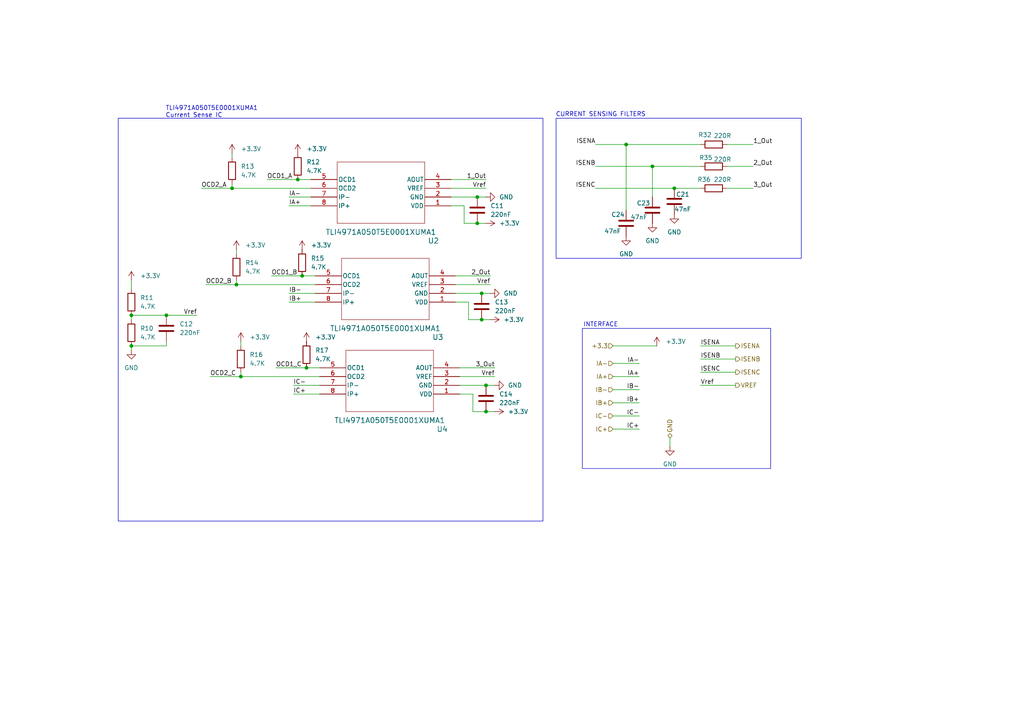
<source format=kicad_sch>
(kicad_sch (version 20250114) (generator "eeschema") (generator_version "9.0")
  (paper "A4")
  (title_block (date "2025-04-19") (rev "1"))
  (lib_symbols
    (symbol "Current Sense TLI4971A:TLI4971A120T5UE0001XUMA1" (pin_names (offset 0.254))
      (property "Reference" "U" (at 20.32 10.16 0))
      (property "Value" "TLI4971A120T5UE0001XUMA1" (at 20.32 7.62 0))
      (symbol "TLI4971A120T5UE0001XUMA1_0_1"
        (polyline (pts (xy 7.62 5.08) (xy 7.62 -12.7)) (stroke (width 0.127)))
        (polyline (pts (xy 7.62 -12.7) (xy 33.02 -12.7)) (stroke (width 0.127)))
        (polyline (pts (xy 33.02 5.08) (xy 7.62 5.08)) (stroke (width 0.127)))
        (polyline (pts (xy 33.02 -12.7) (xy 33.02 5.08)) (stroke (width 0.127)))
        (pin power_in line (at 0 0 0) (length 7.62) (name "VDD") (number "1"))
        (pin power_in line (at 0 -2.54 0) (length 7.62) (name "GND") (number "2"))
        (pin power_in line (at 0 -5.08 0) (length 7.62) (name "VREF") (number "3"))
        (pin output line (at 0 -7.62 0) (length 7.62) (name "AOUT") (number "4"))
        (pin power_in line (at 40.64 0 180) (length 7.62) (name "IP+") (number "8"))
        (pin power_in line (at 40.64 -2.54 180) (length 7.62) (name "IP-") (number "7"))
        (pin output line (at 40.64 -5.08 180) (length 7.62) (name "OCD2") (number "6"))
        (pin output line (at 40.64 -7.62 180) (length 7.62) (name "OCD1") (number "5"))
      )
    )
    (symbol "Device:C" (pin_numbers (hide yes)) (pin_names (offset 0.254))
      (property "Reference" "C" (at 0.635 2.54 0))
      (property "Value" "C" (at 0.635 -2.54 0))
      (symbol "C_0_1"
        (polyline (pts (xy -2.032 0.762) (xy 2.032 0.762)) (stroke (width 0.508)))
        (polyline (pts (xy -2.032 -0.762) (xy 2.032 -0.762)) (stroke (width 0.508)))
      )
      (symbol "C_1_1"
        (pin passive line (at 0 3.81 270) (length 2.794) (name "~") (number "1"))
        (pin passive line (at 0 -3.81 90) (length 2.794) (name "~") (number "2"))
      )
    )
    (symbol "Device:R" (pin_numbers (hide yes)) (pin_names (offset 0))
      (property "Reference" "R" (at 2.032 0 90))
      (property "Value" "R" (at 0 0 90))
      (symbol "R_0_1"
        (rectangle (start -1.016 -2.54) (end 1.016 2.54) (stroke (width 0.254)))
      )
      (symbol "R_1_1"
        (pin passive line (at 0 3.81 270) (length 1.27) (name "~") (number "1"))
        (pin passive line (at 0 -3.81 90) (length 1.27) (name "~") (number "2"))
      )
    )
    (symbol "power:+3.3V" (power) (pin_numbers (hide yes)) (pin_names (offset 0) (hide yes))
      (property "Value" "+3.3V" (at 0 3.556 0))
      (symbol "+3.3V_0_1"
        (polyline (pts (xy -0.762 1.27) (xy 0 2.54)))
        (polyline (pts (xy 0 2.54) (xy 0.762 1.27)))
        (polyline (pts (xy 0 0) (xy 0 2.54)))
      )
      (symbol "+3.3V_1_1"
        (pin power_in line (at 0 0 90) (length 0) (name "~") (number "1"))
      )
    )
    (symbol "power:GND" (power) (pin_numbers (hide yes)) (pin_names (offset 0) (hide yes))
      (property "Value" "GND" (at 0 -3.81 0))
      (symbol "GND_0_1"
        (polyline (pts (xy 0 0) (xy 0 -1.27) (xy 1.27 -1.27) (xy 0 -2.54) (xy -1.27 -1.27) (xy 0 -1.27)))
      )
      (symbol "GND_1_1"
        (pin power_in line (at 0 0 270) (length 0) (name "~") (number "1"))
      )
    )
  )
  (rectangle (start 168.91 95.25) (end 223.52 135.89))
  (rectangle (start 161.29 34.29) (end 232.41 74.93))
  (rectangle (start 34.29 34.29) (end 157.48 151.13))
  (text "CURRENT SENSING FILTERS" (at 174.244 33.274 0) (effects (font (size 1.27 1.27))))
  (text "INTERFACE" (at 174.244 94.234 0) (effects (font (size 1.27 1.27))))
  (text "TLI4971A050T5E0001XUMA1\nCurrent Sense IC" (at 48.006 32.512 0) (effects (font (size 1.27 1.27)) (justify left)))
  (junction (at 67.31 54.61))
  (junction (at 38.1 91.44))
  (junction (at 140.97 119.38))
  (junction (at 138.43 64.77))
  (junction (at 140.97 111.76))
  (junction (at 87.63 80.01))
  (junction (at 139.7 92.71))
  (junction (at 195.58 54.61))
  (junction (at 68.58 82.55))
  (junction (at 88.9 106.68))
  (junction (at 189.23 48.26))
  (junction (at 86.36 52.07))
  (junction (at 139.7 85.09))
  (junction (at 69.85 109.22))
  (junction (at 138.43 57.15))
  (junction (at 48.26 91.44))
  (junction (at 38.1 100.33))
  (junction (at 181.61 41.91))
  (wire (pts (xy 133.35 106.68) (xy 143.51 106.68)))
  (wire (pts (xy 181.61 41.91) (xy 181.61 60.96)))
  (wire (pts (xy 134.62 59.69) (xy 130.81 59.69)))
  (wire (pts (xy 67.31 54.61) (xy 90.17 54.61)))
  (wire (pts (xy 92.71 111.76) (xy 85.09 111.76)))
  (wire (pts (xy 210.82 54.61) (xy 218.44 54.61)))
  (wire (pts (xy 185.42 120.65) (xy 177.8 120.65)))
  (wire (pts (xy 143.51 111.76) (xy 140.97 111.76)))
  (wire (pts (xy 132.08 80.01) (xy 142.24 80.01)))
  (wire (pts (xy 77.47 52.07) (xy 86.36 52.07)))
  (wire (pts (xy 69.85 107.95) (xy 69.85 109.22)))
  (wire (pts (xy 138.43 64.77) (xy 134.62 64.77)))
  (wire (pts (xy 189.23 48.26) (xy 189.23 57.15)))
  (wire (pts (xy 83.82 87.63) (xy 91.44 87.63)))
  (wire (pts (xy 172.72 48.26) (xy 189.23 48.26)))
  (wire (pts (xy 38.1 100.33) (xy 38.1 101.6)))
  (wire (pts (xy 130.81 52.07) (xy 140.97 52.07)))
  (wire (pts (xy 68.58 81.28) (xy 68.58 82.55)))
  (wire (pts (xy 210.82 41.91) (xy 218.44 41.91)))
  (wire (pts (xy 38.1 91.44) (xy 48.26 91.44)))
  (wire (pts (xy 142.24 92.71) (xy 139.7 92.71)))
  (wire (pts (xy 142.24 85.09) (xy 139.7 85.09)))
  (wire (pts (xy 142.24 82.55) (xy 132.08 82.55)))
  (wire (pts (xy 90.17 59.69) (xy 83.82 59.69)))
  (wire (pts (xy 90.17 57.15) (xy 83.82 57.15)))
  (wire (pts (xy 177.8 100.33) (xy 190.5 100.33)))
  (wire (pts (xy 140.97 54.61) (xy 130.81 54.61)))
  (wire (pts (xy 137.16 119.38) (xy 137.16 114.3)))
  (wire (pts (xy 134.62 64.77) (xy 134.62 59.69)))
  (wire (pts (xy 85.09 114.3) (xy 92.71 114.3)))
  (wire (pts (xy 91.44 80.01) (xy 87.63 80.01)))
  (wire (pts (xy 213.36 100.33) (xy 203.2 100.33)))
  (wire (pts (xy 185.42 116.84) (xy 177.8 116.84)))
  (wire (pts (xy 185.42 105.41) (xy 177.8 105.41)))
  (wire (pts (xy 59.69 82.55) (xy 68.58 82.55)))
  (wire (pts (xy 69.85 99.06) (xy 69.85 100.33)))
  (wire (pts (xy 140.97 111.76) (xy 133.35 111.76)))
  (wire (pts (xy 135.89 92.71) (xy 135.89 87.63)))
  (wire (pts (xy 143.51 109.22) (xy 133.35 109.22)))
  (wire (pts (xy 58.42 54.61) (xy 67.31 54.61)))
  (wire (pts (xy 185.42 109.22) (xy 177.8 109.22)))
  (wire (pts (xy 137.16 114.3) (xy 133.35 114.3)))
  (wire (pts (xy 67.31 53.34) (xy 67.31 54.61)))
  (wire (pts (xy 203.2 111.76) (xy 213.36 111.76)))
  (wire (pts (xy 140.97 57.15) (xy 138.43 57.15)))
  (wire (pts (xy 143.51 119.38) (xy 140.97 119.38)))
  (wire (pts (xy 140.97 119.38) (xy 137.16 119.38)))
  (wire (pts (xy 48.26 99.06) (xy 48.26 100.33)))
  (wire (pts (xy 80.01 106.68) (xy 88.9 106.68)))
  (wire (pts (xy 48.26 91.44) (xy 57.15 91.44)))
  (wire (pts (xy 68.58 82.55) (xy 91.44 82.55)))
  (wire (pts (xy 172.72 54.61) (xy 195.58 54.61)))
  (wire (pts (xy 69.85 109.22) (xy 92.71 109.22)))
  (wire (pts (xy 78.74 80.01) (xy 87.63 80.01)))
  (wire (pts (xy 203.2 48.26) (xy 189.23 48.26)))
  (wire (pts (xy 213.36 107.95) (xy 203.2 107.95)))
  (wire (pts (xy 139.7 85.09) (xy 132.08 85.09)))
  (wire (pts (xy 92.71 106.68) (xy 88.9 106.68)))
  (wire (pts (xy 140.97 64.77) (xy 138.43 64.77)))
  (wire (pts (xy 213.36 104.14) (xy 203.2 104.14)))
  (wire (pts (xy 38.1 81.28) (xy 38.1 83.82)))
  (wire (pts (xy 67.31 44.45) (xy 67.31 45.72)))
  (wire (pts (xy 139.7 92.71) (xy 135.89 92.71)))
  (wire (pts (xy 210.82 48.26) (xy 218.44 48.26)))
  (wire (pts (xy 194.31 127) (xy 194.31 129.54)))
  (wire (pts (xy 38.1 91.44) (xy 38.1 92.71)))
  (wire (pts (xy 185.42 124.46) (xy 177.8 124.46)))
  (wire (pts (xy 90.17 52.07) (xy 86.36 52.07)))
  (wire (pts (xy 172.72 41.91) (xy 181.61 41.91)))
  (wire (pts (xy 135.89 87.63) (xy 132.08 87.63)))
  (wire (pts (xy 203.2 41.91) (xy 181.61 41.91)))
  (wire (pts (xy 68.58 72.39) (xy 68.58 73.66)))
  (wire (pts (xy 83.82 85.09) (xy 91.44 85.09)))
  (wire (pts (xy 185.42 113.03) (xy 177.8 113.03)))
  (wire (pts (xy 38.1 100.33) (xy 48.26 100.33)))
  (wire (pts (xy 138.43 57.15) (xy 130.81 57.15)))
  (wire (pts (xy 195.58 54.61) (xy 203.2 54.61)))
  (wire (pts (xy 60.96 109.22) (xy 69.85 109.22)))
  (label "OCD2_A" (at 58.42 54.61 0))
  (label "OCD2_B" (at 59.69 82.55 0))
  (label "OCD1_C" (at 80.01 106.68 0))
  (label "Vref" (at 203.2 111.76 0))
  (label "Vref" (at 57.15 91.44 180))
  (label "IB-" (at 185.42 113.03 180))
  (label "IA-" (at 185.42 105.41 180))
  (label "OCD1_A" (at 77.47 52.07 0))
  (label "Vref" (at 142.24 82.55 180))
  (label "OCD2_C" (at 60.96 109.22 0))
  (label "3_Out" (at 143.51 106.68 180))
  (label "IA+" (at 185.42 109.22 180))
  (label "ISENB" (at 172.72 48.26 180))
  (label "OCD1_B" (at 78.74 80.01 0))
  (label "2_Out" (at 218.44 48.26 0))
  (label "1_Out" (at 140.97 52.07 180))
  (label "IC+" (at 185.42 124.46 180))
  (label "IA-" (at 83.82 57.15 0))
  (label "ISENB" (at 203.2 104.14 0))
  (label "IB+" (at 83.82 87.63 0))
  (label "ISENA" (at 203.2 100.33 0))
  (label "IB-" (at 83.82 85.09 0))
  (label "3_Out" (at 218.44 54.61 0))
  (label "ISENA" (at 172.72 41.91 180))
  (label "Vref" (at 143.51 109.22 180))
  (label "IC+" (at 85.09 114.3 0))
  (label "ISENC" (at 203.2 107.95 0))
  (label "IC-" (at 85.09 111.76 0))
  (label "1_Out" (at 218.44 41.91 0))
  (label "IA+" (at 83.82 59.69 0))
  (label "Vref" (at 140.97 54.61 180))
  (label "ISENC" (at 172.72 54.61 180))
  (label "IC-" (at 185.42 120.65 180))
  (label "2_Out" (at 142.24 80.01 180))
  (label "IB+" (at 185.42 116.84 180))
  (hierarchical_label "ISENB" (shape output) (at 213.36 104.14 0))
  (hierarchical_label "VREF" (shape output) (at 213.36 111.76 0))
  (hierarchical_label "IB+" (shape input) (at 177.8 116.84 180))
  (hierarchical_label "IC-" (shape input) (at 177.8 120.65 180))
  (hierarchical_label "IC+" (shape input) (at 177.8 124.46 180))
  (hierarchical_label "IA-" (shape input) (at 177.8 105.41 180))
  (hierarchical_label "IB-" (shape input) (at 177.8 113.03 180))
  (hierarchical_label "ISENA" (shape output) (at 213.36 100.33 0))
  (hierarchical_label "GND" (shape bidirectional) (at 194.31 127 90))
  (hierarchical_label "IA+" (shape input) (at 177.8 109.22 180))
  (hierarchical_label "ISENC" (shape output) (at 213.36 107.95 0))
  (hierarchical_label "+3.3" (shape input) (at 177.8 100.33 180))
  (symbol (lib_id "Device:R") (at 86.36 48.26 0) (unit 1)
    (property "Reference" "R12" (at 88.9 46.9899 0) (effects (justify left)))
    (property "Value" "4.7K" (at 88.9 49.5299 0) (effects (justify left)))
    (property "Footprint" "Resistor_SMD:R_0805_2012Metric" (effects (hide yes)))
    (property "Description" "Resistor" (effects (hide yes)))
    (property "Part Number" "CRCW08054K70FKEAC" (effects (hide yes)))
  )
  (symbol (lib_id "Device:C") (at 181.61 64.77 0) (unit 1)
    (property "Reference" "C24" (at 177.292 62.23 0) (effects (justify left)))
    (property "Value" "47nF" (at 175.26 67.056 0) (effects (justify left)))
    (property "Footprint" "Capacitor_SMD:C_0805_2012Metric" (effects (hide yes)))
    (property "Description" "CAP CER 50V" (effects (hide yes)))
    (property "Part Number" "C0805C473K5RACTU" (effects (hide yes)))
  )
  (symbol (lib_id "power:GND") (at 143.51 111.76 90) (unit 1)
    (property "Reference" "#PWR068" (effects (hide yes)))
    (property "Value" "GND" (at 147.32 111.7601 90) (effects (justify right)))
    (property "Description" "Power symbol creates a global label with name \"GND\" , ground" (effects (hide yes)))
  )
  (symbol (lib_id "power:+3.3V") (at 87.63 72.39 0) (unit 1)
    (property "Reference" "#PWR055" (effects (hide yes)))
    (property "Value" "+3.3V" (at 90.17 71.1199 0) (effects (justify left)))
    (property "Description" "Power symbol creates a global label with name \"+3.3V\"" (effects (hide yes)))
  )
  (symbol (lib_id "power:+3.3V") (at 142.24 92.71 270) (unit 1)
    (property "Reference" "#PWR065" (effects (hide yes)))
    (property "Value" "+3.3V" (at 146.05 92.7099 90) (effects (justify left)))
    (property "Description" "Power symbol creates a global label with name \"+3.3V\"" (effects (hide yes)))
  )
  (symbol (lib_id "power:+3.3V") (at 68.58 72.39 0) (unit 1)
    (property "Reference" "#PWR054" (effects (hide yes)))
    (property "Value" "+3.3V" (at 71.12 71.1199 0) (effects (justify left)))
    (property "Description" "Power symbol creates a global label with name \"+3.3V\"" (effects (hide yes)))
  )
  (symbol (lib_id "Device:R") (at 88.9 102.87 0) (unit 1)
    (property "Reference" "R17" (at 91.44 101.5999 0) (effects (justify left)))
    (property "Value" "4.7K" (at 91.44 104.1399 0) (effects (justify left)))
    (property "Footprint" "Resistor_SMD:R_0805_2012Metric" (effects (hide yes)))
    (property "Description" "Resistor" (effects (hide yes)))
    (property "Part Number" "CRCW08054K70FKEAC" (effects (hide yes)))
  )
  (symbol (lib_id "power:+3.3V") (at 86.36 44.45 0) (unit 1)
    (property "Reference" "#PWR053" (effects (hide yes)))
    (property "Value" "+3.3V" (at 88.9 43.1799 0) (effects (justify left)))
    (property "Description" "Power symbol creates a global label with name \"+3.3V\"" (effects (hide yes)))
  )
  (symbol (lib_id "power:+3.3V") (at 69.85 99.06 0) (unit 1)
    (property "Reference" "#PWR066" (effects (hide yes)))
    (property "Value" "+3.3V" (at 72.39 97.7899 0) (effects (justify left)))
    (property "Description" "Power symbol creates a global label with name \"+3.3V\"" (effects (hide yes)))
  )
  (symbol (lib_id "power:GND") (at 181.61 68.58 0) (unit 1)
    (property "Reference" "#PWR057" (effects (hide yes)))
    (property "Value" "GND" (at 181.61 73.66 0))
    (property "Description" "Power symbol creates a global label with name \"GND\" , ground" (effects (hide yes)))
  )
  (symbol (lib_id "power:GND") (at 194.31 129.54 0) (unit 1)
    (property "Reference" "#PWR046" (effects (hide yes)))
    (property "Value" "GND" (at 194.31 134.62 0))
    (property "Description" "Power symbol creates a global label with name \"GND\" , ground" (effects (hide yes)))
  )
  (symbol (lib_id "Device:R") (at 38.1 87.63 0) (unit 1)
    (property "Reference" "R11" (at 40.64 86.3599 0) (effects (justify left)))
    (property "Value" "4.7K" (at 40.64 88.8999 0) (effects (justify left)))
    (property "Footprint" "Resistor_SMD:R_0805_2012Metric" (effects (hide yes)))
    (property "Description" "Resistor" (effects (hide yes)))
    (property "Part Number" "CRCW08054K70FKEAC" (effects (hide yes)))
  )
  (symbol (lib_id "power:GND") (at 195.58 62.23 0) (unit 1)
    (property "Reference" "#PWR059" (effects (hide yes)))
    (property "Value" "GND" (at 195.58 67.31 0))
    (property "Description" "Power symbol creates a global label with name \"GND\" , ground" (effects (hide yes)))
  )
  (symbol (lib_id "power:+3.3V") (at 140.97 64.77 270) (unit 1)
    (property "Reference" "#PWR048" (effects (hide yes)))
    (property "Value" "+3.3V" (at 144.78 64.7699 90) (effects (justify left)))
    (property "Description" "Power symbol creates a global label with name \"+3.3V\"" (effects (hide yes)))
  )
  (symbol (lib_id "Device:R") (at 69.85 104.14 0) (unit 1)
    (property "Reference" "R16" (at 72.39 102.8699 0) (effects (justify left)))
    (property "Value" "4.7K" (at 72.39 105.4099 0) (effects (justify left)))
    (property "Footprint" "Resistor_SMD:R_0805_2012Metric" (effects (hide yes)))
    (property "Description" "Resistor" (effects (hide yes)))
    (property "Part Number" "CRCW08054K70FKEAC" (effects (hide yes)))
  )
  (symbol (lib_id "Device:C") (at 139.7 88.9 0) (unit 1)
    (property "Reference" "C13" (at 143.51 87.6299 0) (effects (justify left)))
    (property "Value" "220nF" (at 143.51 90.1699 0) (effects (justify left)))
    (property "Footprint" "Capacitor_SMD:C_0603_1608Metric" (effects (hide yes)))
    (property "Description" "Unpolarized capacitor 220nf, 25V" (effects (hide yes)))
    (property "Part Number" "CL21B224KAFNNNE" (effects (hide yes)))
  )
  (symbol (lib_id "Device:R") (at 207.01 41.91 270) (unit 1)
    (property "Reference" "R32" (at 204.47 39.116 90))
    (property "Value" "220R" (at 209.55 39.37 90))
    (property "Footprint" "Resistor_SMD:R_0805_2012Metric" (effects (hide yes)))
    (property "Description" "RES SMD 220 OHM 5% 1/8W 0805" (effects (hide yes)))
    (property "Part Number" "CRGCQ0805F220R" (effects (hide yes)))
  )
  (symbol (lib_id "power:+3.3V") (at 38.1 81.28 0) (unit 1)
    (property "Reference" "#PWR050" (effects (hide yes)))
    (property "Value" "+3.3V" (at 40.64 80.0099 0) (effects (justify left)))
    (property "Description" "Power symbol creates a global label with name \"+3.3V\"" (effects (hide yes)))
  )
  (symbol (lib_id "Device:R") (at 87.63 76.2 0) (unit 1)
    (property "Reference" "R15" (at 90.17 74.9299 0) (effects (justify left)))
    (property "Value" "4.7K" (at 90.17 77.4699 0) (effects (justify left)))
    (property "Footprint" "Resistor_SMD:R_0805_2012Metric" (effects (hide yes)))
    (property "Description" "Resistor" (effects (hide yes)))
    (property "Part Number" "CRCW08054K70FKEAC" (effects (hide yes)))
  )
  (symbol (lib_id "Device:C") (at 195.58 58.42 0) (unit 1)
    (property "Reference" "C21" (at 196.088 56.388 0) (effects (justify left)))
    (property "Value" "47nF" (at 195.58 60.706 0) (effects (justify left)))
    (property "Footprint" "Capacitor_SMD:C_0805_2012Metric" (effects (hide yes)))
    (property "Description" "CAP CER 50V" (effects (hide yes)))
    (property "Part Number" "C0805C473K5RACTU" (effects (hide yes)))
  )
  (symbol (lib_id "Device:C") (at 189.23 60.96 0) (unit 1)
    (property "Reference" "C23" (at 184.658 58.928 0) (effects (justify left)))
    (property "Value" "47nF" (at 182.88 62.992 0) (effects (justify left)))
    (property "Footprint" "Capacitor_SMD:C_0805_2012Metric" (effects (hide yes)))
    (property "Description" "CAP CER 50V" (effects (hide yes)))
    (property "Part Number" "C0805C473K5RACTU" (effects (hide yes)))
  )
  (symbol (lib_id "power:GND") (at 189.23 64.77 0) (unit 1)
    (property "Reference" "#PWR058" (effects (hide yes)))
    (property "Value" "GND" (at 189.23 69.85 0))
    (property "Description" "Power symbol creates a global label with name \"GND\" , ground" (effects (hide yes)))
  )
  (symbol (lib_id "power:+3.3V") (at 67.31 44.45 0) (unit 1)
    (property "Reference" "#PWR052" (effects (hide yes)))
    (property "Value" "+3.3V" (at 69.85 43.1799 0) (effects (justify left)))
    (property "Description" "Power symbol creates a global label with name \"+3.3V\"" (effects (hide yes)))
  )
  (symbol (lib_id "power:+3.3V") (at 88.9 99.06 0) (unit 1)
    (property "Reference" "#PWR067" (effects (hide yes)))
    (property "Value" "+3.3V" (at 91.44 97.7899 0) (effects (justify left)))
    (property "Description" "Power symbol creates a global label with name \"+3.3V\"" (effects (hide yes)))
  )
  (symbol (lib_id "power:+3.3V") (at 143.51 119.38 270) (unit 1)
    (property "Reference" "#PWR069" (effects (hide yes)))
    (property "Value" "+3.3V" (at 147.32 119.3799 90) (effects (justify left)))
    (property "Description" "Power symbol creates a global label with name \"+3.3V\"" (effects (hide yes)))
  )
  (symbol (lib_id "Device:C") (at 140.97 115.57 0) (unit 1)
    (property "Reference" "C14" (at 144.78 114.2999 0) (effects (justify left)))
    (property "Value" "220nF" (at 144.78 116.8399 0) (effects (justify left)))
    (property "Footprint" "Capacitor_SMD:C_0603_1608Metric" (effects (hide yes)))
    (property "Description" "Unpolarized capacitor 220nf, 25V" (effects (hide yes)))
    (property "Part Number" "CL21B224KAFNNNE" (effects (hide yes)))
  )
  (symbol (lib_id "Device:R") (at 207.01 48.26 270) (unit 1)
    (property "Reference" "R35" (at 204.724 45.72 90))
    (property "Value" "220R" (at 209.55 46.228 90))
    (property "Footprint" "Resistor_SMD:R_0805_2012Metric" (effects (hide yes)))
    (property "Description" "RES SMD 220 OHM 5% 1/8W 0805" (effects (hide yes)))
    (property "Part Number" "CRGCQ0805F220R" (effects (hide yes)))
  )
  (symbol (lib_id "power:GND") (at 140.97 57.15 90) (unit 1)
    (property "Reference" "#PWR049" (effects (hide yes)))
    (property "Value" "GND" (at 144.78 57.1501 90) (effects (justify right)))
    (property "Description" "Power symbol creates a global label with name \"GND\" , ground" (effects (hide yes)))
  )
  (symbol (lib_id "Device:R") (at 68.58 77.47 0) (unit 1)
    (property "Reference" "R14" (at 71.12 76.1999 0) (effects (justify left)))
    (property "Value" "4.7K" (at 71.12 78.7399 0) (effects (justify left)))
    (property "Footprint" "Resistor_SMD:R_0805_2012Metric" (effects (hide yes)))
    (property "Description" "Resistor" (effects (hide yes)))
    (property "Part Number" "CRCW08054K70FKEAC" (effects (hide yes)))
  )
  (symbol (lib_id "Device:R") (at 207.01 54.61 270) (unit 1)
    (property "Reference" "R36" (at 204.216 52.07 90))
    (property "Value" "220R" (at 209.55 52.07 90))
    (property "Footprint" "Resistor_SMD:R_0805_2012Metric" (effects (hide yes)))
    (property "Description" "RES SMD 220 OHM 5% 1/8W 0805" (effects (hide yes)))
    (property "Part Number" "CRGCQ0805F220R" (effects (hide yes)))
  )
  (symbol (lib_id "Device:R") (at 38.1 96.52 0) (unit 1)
    (property "Reference" "R10" (at 40.64 95.2499 0) (effects (justify left)))
    (property "Value" "4.7K" (at 40.64 97.7899 0) (effects (justify left)))
    (property "Footprint" "Resistor_SMD:R_0805_2012Metric" (effects (hide yes)))
    (property "Description" "Resistor" (effects (hide yes)))
    (property "Part Number" "CRCW08054K70FKEAC" (effects (hide yes)))
  )
  (symbol (lib_id "power:GND") (at 38.1 101.6 0) (unit 1)
    (property "Reference" "#PWR051" (effects (hide yes)))
    (property "Value" "GND" (at 38.1 106.68 0))
    (property "Description" "Power symbol creates a global label with name \"GND\" , ground" (effects (hide yes)))
  )
  (symbol (lib_id "Current Sense TLI4971A:TLI4971A120T5UE0001XUMA1") (at 130.81 59.69 180) (unit 1)
    (property "Reference" "U2" (at 125.73 69.85 0) (effects (font (size 1.524 1.524))))
    (property "Value" "TLI4971A050T5E0001XUMA1" (at 110.49 67.31 0) (effects (font (size 1.524 1.524))))
    (property "Footprint" "TLI4971A:IC_TLI4971A050T5UE0001XUMA1" (effects (hide yes)))
    (property "Datasheet" "TLI4971A050T5E0001XUMA1" (effects (hide yes)))
    (property "Part Number" "TLI4971A050T5E0001XUMA1" (effects (hide yes)))
  )
  (symbol (lib_id "Current Sense TLI4971A:TLI4971A120T5UE0001XUMA1") (at 132.08 87.63 180) (unit 1)
    (property "Reference" "U3" (at 127 97.79 0) (effects (font (size 1.524 1.524))))
    (property "Value" "TLI4971A050T5E0001XUMA1" (at 111.76 95.25 0) (effects (font (size 1.524 1.524))))
    (property "Footprint" "TLI4971A:IC_TLI4971A050T5UE0001XUMA1" (effects (hide yes)))
    (property "Datasheet" "TLI4971A050T5E0001XUMA1" (effects (hide yes)))
    (property "Part Number" "TLI4971A050T5E0001XUMA1" (effects (hide yes)))
  )
  (symbol (lib_id "power:+3.3V") (at 190.5 100.33 0) (unit 1)
    (property "Reference" "#PWR047" (effects (hide yes)))
    (property "Value" "+3.3V" (at 193.04 99.0599 0) (effects (justify left)))
    (property "Description" "Power symbol creates a global label with name \"+3.3V\"" (effects (hide yes)))
  )
  (symbol (lib_id "Device:C") (at 48.26 95.25 0) (unit 1)
    (property "Reference" "C12" (at 52.07 93.9799 0) (effects (justify left)))
    (property "Value" "220nF" (at 52.07 96.5199 0) (effects (justify left)))
    (property "Footprint" "Capacitor_SMD:C_0603_1608Metric" (effects (hide yes)))
    (property "Description" "Unpolarized capacitor 220nf, 25V" (effects (hide yes)))
    (property "Part Number" "CL21B224KAFNNNE" (effects (hide yes)))
  )
  (symbol (lib_id "Device:R") (at 67.31 49.53 0) (unit 1)
    (property "Reference" "R13" (at 69.85 48.2599 0) (effects (justify left)))
    (property "Value" "4.7K" (at 69.85 50.7999 0) (effects (justify left)))
    (property "Footprint" "Resistor_SMD:R_0805_2012Metric" (effects (hide yes)))
    (property "Description" "Resistor" (effects (hide yes)))
    (property "Part Number" "CRCW08054K70FKEAC" (effects (hide yes)))
  )
  (symbol (lib_id "power:GND") (at 142.24 85.09 90) (unit 1)
    (property "Reference" "#PWR056" (effects (hide yes)))
    (property "Value" "GND" (at 146.05 85.0901 90) (effects (justify right)))
    (property "Description" "Power symbol creates a global label with name \"GND\" , ground" (effects (hide yes)))
  )
  (symbol (lib_id "Device:C") (at 138.43 60.96 0) (unit 1)
    (property "Reference" "C11" (at 142.24 59.6899 0) (effects (justify left)))
    (property "Value" "220nF" (at 142.24 62.2299 0) (effects (justify left)))
    (property "Footprint" "Capacitor_SMD:C_0603_1608Metric" (effects (hide yes)))
    (property "Description" "Unpolarized capacitor 220nf, 25V" (effects (hide yes)))
    (property "Part Number" "CL21B224KAFNNNE" (effects (hide yes)))
  )
  (symbol (lib_id "Current Sense TLI4971A:TLI4971A120T5UE0001XUMA1") (at 133.35 114.3 180) (unit 1)
    (property "Reference" "U4" (at 128.27 124.46 0) (effects (font (size 1.524 1.524))))
    (property "Value" "TLI4971A050T5E0001XUMA1" (at 113.03 121.92 0) (effects (font (size 1.524 1.524))))
    (property "Footprint" "TLI4971A:IC_TLI4971A050T5UE0001XUMA1" (effects (hide yes)))
    (property "Datasheet" "TLI4971A050T5E0001XUMA1" (effects (hide yes)))
    (property "Part Number" "TLI4971A050T5E0001XUMA1" (effects (hide yes)))
  )
)
</source>
